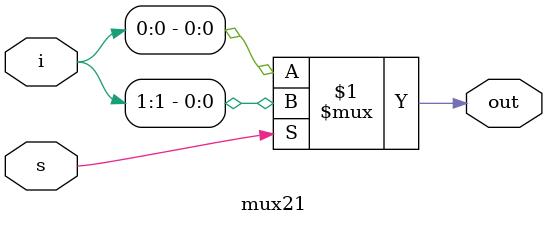
<source format=v>
module mux21(input [1:0]i, input s, output out);
assign out=s?i[1]:i[0]; //using conditional operator
endmodule



</source>
